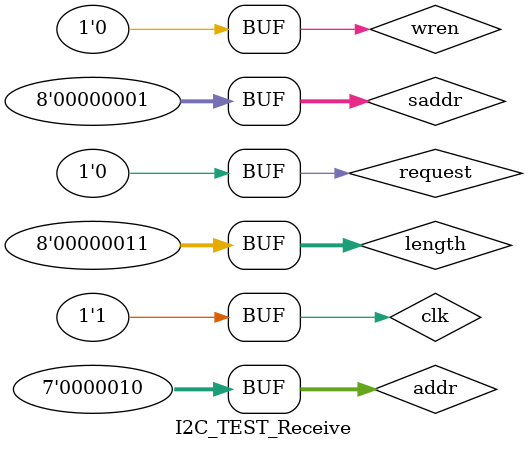
<source format=v>
/*==========================================================
	File: I2C_TEST_Receive.v

	Author: Cassandra Chow

	Copyright DigiPen Institute of Technology 2014

	Brief: Testbench Module for the receive operations of
	       the I2C module in i2c.v
==========================================================*/
`timescale 1 ns / 100 ps
module I2C_TEST_Receive();
  // module parameters
  reg clk;           // master clock
  reg wren;          // write enable
  reg [7:0]length;   // tranceive length
  reg request;       // request flag     
  reg [7:0]Tdata;    // transmit reg
  wire [7:0]Rdata;   // receive reg
  reg [6:0]addr;     // address reg
  reg [7:0]saddr;    // sub-address reg
  wire sda;          // data line
  wire de;           // data enable line
  wire scl;          // clock line
  
  // i2c modules
  I2C M_i2c(.clk_50(clk), .WR(wren), .length(length), .request(request), .DE(de),
      .SDA(sda), .SCL(scl), .txReg(Tdata), .rxReg(Rdata), .address(addr), .sub_address(saddr));
  
  reg [8:0]temp;
  
  initial begin
    addr = 7'b0000010;
    saddr = 8'b00000001;
    wren = 0; // READ operation
    length = 3; // receive 3 bytes
    
    #5000 request = 1;
    #2560 request = 0;
  end
  
  //always @ (posedge de) begin
  //  $display("rx -> %b", temp);
  //end
  
  // 50MHz clock
  always begin
    #10 clk = 0; // 10 ns low
    #10 clk = 1; // 10 ns high
  end
  
endmodule
  
</source>
